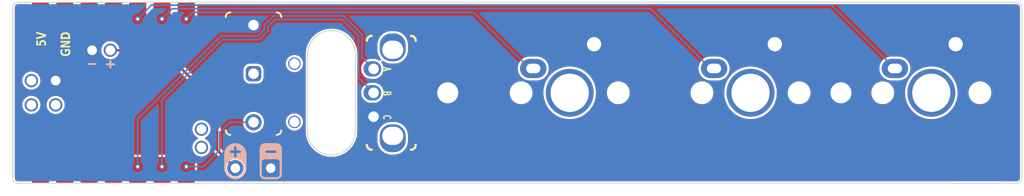
<source format=kicad_pcb>
(kicad_pcb (version 20241229) (generator "pcbnew") (generator_version "9.0")
  (layers (0 "F.Cu" signal) (2 "B.Cu" signal) (13 "F.Paste" user) (15 "B.Paste" user) (5 "F.SilkS" user "F.Silkscreen") (7 "B.SilkS" user "B.Silkscreen") (1 "F.Mask" user) (3 "B.Mask" user) (25 "Edge.Cuts" user))
  (net 0 "")
  (net 1 "BAT")
  (net 2 "GND")
  (net 3 "K1")
  (net 4 "K2")
  (net 5 "K3")
  (net 6 "ENC_B")
  (net 7 "ENC_A")
  (net 8 "ENC_SW")
  (net 20 "RESET")
  (footprint "e-prints:hole 1_mm" (layer "F.Cu") (at 117.725 68.746445)
    (property "Reference" "H4" (hide yes))
    (property "Value" "MountingHole_Pad" (hide yes))
    (pad "" np_thru_hole circle (at 0 0) (size 1.3 1.3) (drill 1.05) (layers "*.Cu" "*.Mask"))
  )
  (footprint "e-prints:hole 1_mm" (layer "F.Cu") (at 117.725 62.649813)
    (property "Reference" "H3" (hide yes))
    (property "Value" "MountingHole_Pad" (hide yes))
    (pad "" np_thru_hole circle (at 0 0) (size 1.3 1.3) (drill 1.05) (layers "*.Cu" "*.Mask"))
  )
  (footprint "e-prints:Mouse encoder 3 pin" (layer "F.Cu") (at 127.85 65.699813 -90)
    (property "Reference" "SW1")
    (property "Value" "RotaryEncoder")
    (fp_text user "B" (at -0.275 0.9 270) (layer "F.SilkS") (effects (font (size 0.75 0.5) (thickness 0.125)) (justify left bottom)))
    (fp_text user "C" (at 2.225 0.9 270) (layer "F.SilkS") (effects (font (size 0.75 0.5) (thickness 0.125)) (justify left bottom)))
    (fp_text user "A" (at -2.775 0.9 270) (layer "F.SilkS") (effects (font (size 0.75 0.5) (thickness 0.125)) (justify left bottom)))
    (pad "" np_thru_hole roundrect (at -4.5 -0.15 270) (size 2.9 2.7) (drill oval 1.9 2.2 (offset -0.25 0)) (layers "*.Cu" "*.Mask") (roundrect_rratio 0.4444444444))
    (pad "" np_thru_hole roundrect (at 4.5 -0.15 270) (size 2.9 2.7) (drill oval 1.9 2.2 (offset 0.25 0)) (layers "*.Cu" "*.Mask") (roundrect_rratio 0.4444444444))
    (pad "A" thru_hole oval (at -2.5 1.85 270) (size 1.6 1.85) (drill 1.1 (offset 0 0.125)) (layers "*.Cu" "*.Mask") (net 7 "ENC_A"))
    (pad "B" thru_hole oval (at 0 1.85 270) (size 1.6 1.85) (drill 1.1 (offset 0 0.125)) (layers "*.Cu" "*.Mask") (net 6 "ENC_B"))
    (pad "C" thru_hole oval (at 2.5 1.85 270) (size 1.6 1.85) (drill 1.1 (offset 0 0.125)) (layers "*.Cu" "*.Mask") (net 2 "GND"))
  )
  (footprint "e-prints:Battery_THT" (layer "F.Cu") (at 113.45 73.78 180)
    (property "Reference" "B1")
    (property "Value" "~" (hide yes))
    (pad "1" thru_hole oval (at 1.9 0.2 270) (size 1.7 1.7) (drill 1) (layers "*.Cu" "*.Mask") (net 1 "BAT"))
    (pad "2" thru_hole roundrect (at -1.8 0.2 180) (size 1.7 1.7) (drill 1) (layers "*.Cu" "*.Mask") (roundrect_rratio 0.15) (net 2 "GND"))
  )
  (footprint "e-prints:CherryMX_1u solder" (layer "F.Cu") (at 146.5 65.699813)
    (property "Reference" "k1" (hide yes))
    (property "Value" "~" (hide yes))
    (pad "" np_thru_hole circle (at -5.08 0 90) (size 1.9 1.9) (drill 1.9) (layers "*.Cu" "*.Mask"))
    (pad "" np_thru_hole circle (at 5.08 0 90) (size 1.9 1.9) (drill 1.9) (layers "*.Cu" "*.Mask"))
    (pad "0" thru_hole circle (at 0 0 90) (size 5 5) (drill 4) (layers "*.Cu" "*.Mask"))
    (pad "1" thru_hole oval (at -3.81 -2.54) (size 2.75 2) (drill oval 1.5 1) (layers "*.Cu" "*.Mask") (net 3 "K1"))
    (pad "2" thru_hole roundrect (at 2.54 -5.08 45) (size 2.75 2.75) (drill oval 1.5) (layers "*.Cu" "*.Mask") (roundrect_rratio 0.15) (net 2 "GND"))
  )
  (footprint "e-prints:Mouse Micro Switch" (layer "F.Cu") (at 113.45 63.699813 90)
    (property "Reference" "EnK1" (hide yes))
    (property "Value" "~")
    (pad "" np_thru_hole roundrect (at 0 0 90) (size 1.6 1.6) (drill 1.1) (layers "*.Cu" "*.Mask") (roundrect_rratio 0.28))
    (pad "1" thru_hole circle (at -5.08 0 270) (size 1.7 1.7) (drill 1.1) (layers "*.Cu" "*.Mask") (net 8 "ENC_SW"))
    (pad "2" thru_hole circle (at 5.08 0 270) (size 1.7 1.7) (drill 1.1) (layers "*.Cu" "*.Mask") (net 2 "GND"))
  )
  (footprint "e-prints:M2_" (layer "F.Cu") (at 133.75 65.699813)
    (property "Reference" "H1" (hide yes))
    (property "Value" "MountingHole_Pad" (hide yes))
    (pad "1" thru_hole circle (at 0 0) (size 3.5 3.5) (drill 2.2) (layers "*.Cu" "*.Mask") (net 2 "GND"))
  )
  (footprint "e-prints:CherryMX_1u solder" (layer "F.Cu") (at 165.4 65.699813)
    (property "Reference" "k2" (hide yes))
    (property "Value" "~" (hide yes))
    (pad "" np_thru_hole circle (at -5.08 0 90) (size 1.9 1.9) (drill 1.9) (layers "*.Cu" "*.Mask"))
    (pad "" np_thru_hole circle (at 5.08 0 90) (size 1.9 1.9) (drill 1.9) (layers "*.Cu" "*.Mask"))
    (pad "0" thru_hole circle (at 0 0 90) (size 5 5) (drill 4) (layers "*.Cu" "*.Mask"))
    (pad "1" thru_hole oval (at -3.81 -2.54) (size 2.75 2) (drill oval 1.5 1) (layers "*.Cu" "*.Mask") (net 4 "K2"))
    (pad "2" thru_hole roundrect (at 2.54 -5.08 45) (size 2.75 2.75) (drill oval 1.5) (layers "*.Cu" "*.Mask") (roundrect_rratio 0.15) (net 2 "GND"))
  )
  (footprint "e-prints:xiao-ble-smd" (layer "F.Cu") (at 98.8 65.695759 90)
    (property "Reference" "U1" (hide yes))
    (property "Value" "xiao-ble" (hide yes))
    (fp_text user "5V" (at 6.39 -6.88 90) (layer "F.SilkS") (effects (font (size 1 0.75) (thickness 0.1875) (bold yes)) (justify right bottom)))
    (fp_text user "GND" (at 6.39 -4.34 90) (layer "F.SilkS") (effects (font (size 1 0.75) (thickness 0.1875) (bold yes)) (justify right bottom)))
    (fp_text user "-" (at 3.52 -2.89 180) (layer "F.SilkS") (effects (font (size 1 0.85) (thickness 0.2) (bold yes)) (justify right bottom)))
    (fp_text user "+" (at 3.63 0.195 90) (layer "F.SilkS") (effects (font (size 1 0.85) (thickness 0.2) (bold yes)) (justify right bottom)))
    (fp_text user "-" (at 3.52 -2.89 180) (layer "B.SilkS") (effects (font (size 1 0.85) (thickness 0.2) (bold yes)) (justify right bottom)))
    (fp_text user "+" (at 3.63 0.2 90) (layer "B.SilkS") (effects (font (size 1 0.85) (thickness 0.2) (bold yes)) (justify right bottom)))
    (pad "1" smd roundrect (at -8.56996 -7.62 270) (size 2.75 1.8) (drill (offset -0.475 0)) (layers "F.Cu" "F.Mask" "F.Paste") (roundrect_rratio 0.1111111111))
    (pad "2" smd roundrect (at -8.56996 -5.08 270) (size 2.75 1.8) (drill (offset -0.475 0)) (layers "F.Cu" "F.Mask" "F.Paste") (roundrect_rratio 0.1111111111))
    (pad "3" smd roundrect (at -8.56996 -2.54 270) (size 2.75 1.8) (drill (offset -0.475 0)) (layers "F.Cu" "F.Mask" "F.Paste") (roundrect_rratio 0.1111111111))
    (pad "4" smd roundrect (at -8.56996 0 270) (size 2.75 1.8) (drill (offset -0.475 0)) (layers "F.Cu" "F.Mask" "F.Paste") (roundrect_rratio 0.1111111111))
    (pad "5" smd roundrect (at -8.56996 2.54 270) (size 2.75 1.8) (drill (offset -0.475 0)) (layers "F.Cu" "F.Mask" "F.Paste") (roundrect_rratio 0.1111111111) (net 7 "ENC_A"))
    (pad "6" smd roundrect (at -8.56996 5.08 270) (size 2.75 1.8) (drill (offset -0.475 0)) (layers "F.Cu" "F.Mask" "F.Paste") (roundrect_rratio 0.1111111111) (net 6 "ENC_B"))
    (pad "7" smd roundrect (at -8.56996 7.62 270) (size 2.75 1.8) (drill (offset -0.475 0)) (layers "F.Cu" "F.Mask" "F.Paste") (roundrect_rratio 0.1111111111) (net 8 "ENC_SW"))
    (pad "8" smd roundrect (at 8.56996 7.62 90) (size 2.75 1.8) (drill (offset -0.475 0)) (layers "F.Cu" "F.Mask" "F.Paste") (roundrect_rratio 0.1111111111) (net 3 "K1"))
    (pad "9" smd roundrect (at 8.56996 5.08 90) (size 2.75 1.8) (drill (offset -0.475 0)) (layers "F.Cu" "F.Mask" "F.Paste") (roundrect_rratio 0.1111111111) (net 4 "K2"))
    (pad "10" smd roundrect (at 8.56996 2.54 90) (size 2.75 1.8) (drill (offset -0.475 0)) (layers "F.Cu" "F.Mask" "F.Paste") (roundrect_rratio 0.1111111111) (net 5 "K3"))
    (pad "11" smd roundrect (at 8.56996 0 90) (size 2.75 1.8) (drill (offset -0.475 0)) (layers "F.Cu" "F.Mask" "F.Paste") (roundrect_rratio 0.1111111111))
    (pad "12" smd roundrect (at 8.56996 -2.54 90) (size 2.75 1.8) (drill (offset -0.475 0)) (layers "F.Cu" "F.Mask" "F.Paste") (roundrect_rratio 0.1111111111))
    (pad "13" smd roundrect (at 8.56996 -5.08 90) (size 2.75 1.8) (drill (offset -0.475 0)) (layers "F.Cu" "F.Mask" "F.Paste") (roundrect_rratio 0.1111111111) (net 2 "GND"))
    (pad "14" smd roundrect (at 8.56996 -7.62 90) (size 2.75 1.8) (drill (offset -0.475 0)) (layers "F.Cu" "F.Mask" "F.Paste") (roundrect_rratio 0.1111111111))
    (pad "15" thru_hole circle (at -1.27 -8.572 180) (size 1.397 1.397) (drill 1.016) (layers "*.Cu" "*.Mask"))
    (pad "16" thru_hole circle (at 1.27 -8.572 180) (size 1.397 1.397) (drill 1.016) (layers "*.Cu" "*.Mask"))
    (pad "17" thru_hole circle (at -1.27 -6.032 180) (size 1.397 1.397) (drill 1.016) (layers "*.Cu" "*.Mask") (net 20 "RESET"))
    (pad "18" thru_hole circle (at 1.27 -6.032 180) (size 1.397 1.397) (drill 1.016) (layers "*.Cu" "*.Mask") (net 2 "GND"))
    (pad "19" thru_hole circle (at 4.445 -0.317 270) (size 1.397 1.397) (drill 1.016) (layers "*.Cu" "*.Mask") (net 1 "BAT"))
    (pad "20" thru_hole roundrect (at 4.445 -2.222 270) (size 1.397 1.397) (drill 1.016) (layers "*.Cu" "*.Mask") (net 2 "GND"))
    (pad "21" thru_hole circle (at -3.81 9.208 270) (size 1.397 1.397) (drill 1.016) (layers "*.Cu" "*.Mask"))
    (pad "22" thru_hole circle (at -5.715 9.208 270) (size 1.397 1.397) (drill 1.016) (layers "*.Cu" "*.Mask"))
  )
  (footprint "e-prints:M2_" (layer "F.Cu") (at 174.85 65.699813)
    (property "Reference" "H2" (hide yes))
    (property "Value" "MountingHole_Pad" (hide yes))
    (pad "1" thru_hole circle (at 0 0) (size 3.5 3.5) (drill 2.2) (layers "*.Cu" "*.Mask") (net 2 "GND"))
  )
  (footprint "e-prints:CherryMX_1u solder" (layer "F.Cu") (at 184.3 65.699813)
    (property "Reference" "k3" (hide yes))
    (property "Value" "~" (hide yes))
    (pad "" np_thru_hole circle (at -5.08 0 90) (size 1.9 1.9) (drill 1.9) (layers "*.Cu" "*.Mask"))
    (pad "" np_thru_hole circle (at 5.08 0 90) (size 1.9 1.9) (drill 1.9) (layers "*.Cu" "*.Mask"))
    (pad "0" thru_hole circle (at 0 0 90) (size 5 5) (drill 4) (layers "*.Cu" "*.Mask"))
    (pad "1" thru_hole oval (at -3.81 -2.54) (size 2.75 2) (drill oval 1.5 1) (layers "*.Cu" "*.Mask") (net 5 "K3"))
    (pad "2" thru_hole roundrect (at 2.54 -5.08 45) (size 2.75 2.75) (drill oval 1.5) (layers "*.Cu" "*.Mask") (roundrect_rratio 0.15) (net 2 "GND"))
  )
  (gr_arc (start 191.14 72.74) (mid 191.36981 72.83519) (end 191.465 73.065) (stroke (width 0.2)) (layer "F.Cu"))
  (gr_arc (start 186.615 73.06) (mid 186.71019 72.83019) (end 186.94 72.735) (stroke (width 0.2)) (layer "F.Cu"))
  (gr_curve (pts (xy 193.725759 56.625239) (xy 193.743388 56.710896) (xy 193.75 56.810437) (xy 193.75 56.920759)) (stroke (width 0.1)) (layer "Edge.Cuts"))
  (gr_curve (pts (xy 193.536398 75.06221) (xy 193.491129 75.088368) (xy 193.436612 75.107915) (xy 193.37052 75.121518)) (stroke (width 0.1)) (layer "Edge.Cuts"))
  (gr_arc (start 124.1 69.695759) (mid 121.6 72.195759) (end 119.1 69.695759) (stroke (width 0.1)) (layer "Edge.Cuts"))
  (gr_curve (pts (xy 88.67948 56.27) (xy 88.765137 56.252371) (xy 88.864678 56.245759) (xy 88.975 56.245759)) (stroke (width 0.1)) (layer "Edge.Cuts"))
  (gr_curve (pts (xy 88.411094 56.418193) (xy 88.439418 56.381554) (xy 88.47354 56.352457) (xy 88.513602 56.329308)) (stroke (width 0.1)) (layer "Edge.Cuts"))
  (gr_line (start 119.1 69.695759) (end 119.1 61.695759) (stroke (width 0.1)) (layer "Edge.Cuts"))
  (gr_curve (pts (xy 193.423444 56.282863) (xy 193.485555 56.300517) (xy 193.536197 56.324872) (xy 193.577566 56.356853)) (stroke (width 0.1)) (layer "Edge.Cuts"))
  (gr_curve (pts (xy 88.337104 56.572315) (xy 88.354758 56.510204) (xy 88.379113 56.459562) (xy 88.411094 56.418193)) (stroke (width 0.1)) (layer "Edge.Cuts"))
  (gr_curve (pts (xy 88.324241 74.766279) (xy 88.306612 74.680622) (xy 88.3 74.581081) (xy 88.3 74.470759)) (stroke (width 0.1)) (layer "Edge.Cuts"))
  (gr_curve (pts (xy 193.577566 56.356853) (xy 193.614205 56.385177) (xy 193.643302 56.419299) (xy 193.666451 56.459361)) (stroke (width 0.1)) (layer "Edge.Cuts"))
  (gr_line (start 88.975 75.145759) (end 193.075 75.145759) (stroke (width 0.1)) (layer "Edge.Cuts"))
  (gr_curve (pts (xy 88.383549 74.932157) (xy 88.357391 74.886888) (xy 88.337844 74.832371) (xy 88.324241 74.766279)) (stroke (width 0.1)) (layer "Edge.Cuts"))
  (gr_line (start 88.3 56.920759) (end 88.3 74.470759) (stroke (width 0.1)) (layer "Edge.Cuts"))
  (gr_arc (start 119.1 61.695759) (mid 121.6 59.195759) (end 124.1 61.695759) (stroke (width 0.1)) (layer "Edge.Cuts"))
  (gr_curve (pts (xy 88.3 56.920759) (xy 88.3 56.791817) (xy 88.308982 56.671257) (xy 88.337104 56.572315)) (stroke (width 0.1)) (layer "Edge.Cuts"))
  (gr_curve (pts (xy 193.075 56.245759) (xy 193.203942 56.245759) (xy 193.324502 56.254741) (xy 193.423444 56.282863)) (stroke (width 0.1)) (layer "Edge.Cuts"))
  (gr_curve (pts (xy 193.638906 74.973325) (xy 193.610582 75.009964) (xy 193.57646 75.039061) (xy 193.536398 75.06221)) (stroke (width 0.1)) (layer "Edge.Cuts"))
  (gr_curve (pts (xy 193.712896 74.819203) (xy 193.695242 74.881314) (xy 193.670887 74.931956) (xy 193.638906 74.973325)) (stroke (width 0.1)) (layer "Edge.Cuts"))
  (gr_curve (pts (xy 193.37052 75.121518) (xy 193.284863 75.139147) (xy 193.185322 75.145759) (xy 193.075 75.145759)) (stroke (width 0.1)) (layer "Edge.Cuts"))
  (gr_line (start 193.075 56.245759) (end 88.975 56.245759) (stroke (width 0.1)) (layer "Edge.Cuts"))
  (gr_curve (pts (xy 88.472434 75.034665) (xy 88.435795 75.006341) (xy 88.406698 74.972219) (xy 88.383549 74.932157)) (stroke (width 0.1)) (layer "Edge.Cuts"))
  (gr_curve (pts (xy 193.75 74.470759) (xy 193.75 74.599701) (xy 193.741018 74.720261) (xy 193.712896 74.819203)) (stroke (width 0.1)) (layer "Edge.Cuts"))
  (gr_curve (pts (xy 193.666451 56.459361) (xy 193.692609 56.50463) (xy 193.712156 56.559147) (xy 193.725759 56.625239)) (stroke (width 0.1)) (layer "Edge.Cuts"))
  (gr_curve (pts (xy 88.513602 56.329308) (xy 88.558871 56.30315) (xy 88.613388 56.283603) (xy 88.67948 56.27)) (stroke (width 0.1)) (layer "Edge.Cuts"))
  (gr_line (start 193.75 74.470759) (end 193.75 56.920759) (stroke (width 0.1)) (layer "Edge.Cuts"))
  (gr_curve (pts (xy 88.975 75.145759) (xy 88.846058 75.145759) (xy 88.725498 75.136777) (xy 88.626556 75.108655)) (stroke (width 0.1)) (layer "Edge.Cuts"))
  (gr_curve (pts (xy 88.626556 75.108655) (xy 88.564445 75.091001) (xy 88.513803 75.066646) (xy 88.472434 75.034665)) (stroke (width 0.1)) (layer "Edge.Cuts"))
  (gr_line (start 124.1 61.695759) (end 124.1 69.695759) (stroke (width 0.1)) (layer "Edge.Cuts"))
  (gr_text "tutu" (at 186.96 74.88 0) (layer "F.Cu") (effects (font (size 1.5 1.5) (thickness 0.3) (bold yes)) (justify left bottom)))
  (segment (start 109.64 71.67) (end 109.64 66.9) (width 0.25) (layer "F.Cu") (net 1))
  (segment (start 111.55 73.58) (end 109.64 71.67) (width 0.25) (layer "F.Cu") (net 1))
  (segment (start 109.64 66.9) (end 103.990759 61.250759) (width 0.25) (layer "F.Cu") (net 1))
  (segment (start 103.990759 61.250759) (end 98.483 61.250759) (width 0.25) (layer "F.Cu") (net 1))
  (via (at 106.42 57.972466) (size 0.6) (drill 0.3) (layers "F.Cu" "B.Cu") (net 3))
  (segment (start 122.225 57.284259) (end 122.225 57.286259) (width 0.175) (layer "B.Cu") (net 3))
  (segment (start 122.225 57.286259) (end 107.106207 57.286259) (width 0.175) (layer "B.Cu") (net 3))
  (segment (start 136.439446 57.284259) (end 122.225 57.284259) (width 0.175) (layer "B.Cu") (net 3))
  (segment (start 107.106207 57.286259) (end 106.42 57.972466) (width 0.175) (layer "B.Cu") (net 3))
  (segment (start 142.315 63.159813) (end 136.439446 57.284259) (width 0.175) (layer "B.Cu") (net 3))
  (segment (start 142.69 63.159813) (end 142.315 63.159813) (width 0.175) (layer "B.Cu") (net 3))
  (via (at 103.88 57.972466) (size 0.6) (drill 0.3) (layers "F.Cu" "B.Cu") (net 4))
  (segment (start 122.029081 56.910259) (end 104.942207 56.910259) (width 0.175) (layer "B.Cu") (net 4))
  (segment (start 122.030081 56.909259) (end 122.029081 56.910259) (width 0.175) (layer "B.Cu") (net 4))
  (segment (start 154.964446 56.909259) (end 122.030081 56.909259) (width 0.175) (layer "B.Cu") (net 4))
  (segment (start 104.942207 56.910259) (end 103.88 57.972466) (width 0.175) (layer "B.Cu") (net 4))
  (segment (start 161.215 63.159813) (end 154.964446 56.909259) (width 0.175) (layer "B.Cu") (net 4))
  (segment (start 161.59 63.159813) (end 161.215 63.159813) (width 0.175) (layer "B.Cu") (net 4))
  (via (at 101.34 57.972466) (size 0.6) (drill 0.3) (layers "F.Cu" "B.Cu") (net 5))
  (segment (start 102.778207 56.534259) (end 101.34 57.972466) (width 0.175) (layer "B.Cu") (net 5))
  (segment (start 173.864446 56.534259) (end 102.778207 56.534259) (width 0.175) (layer "B.Cu") (net 5))
  (segment (start 180.49 63.159813) (end 173.864446 56.534259) (width 0.175) (layer "B.Cu") (net 5))
  (via (at 103.88 73.419052) (size 0.6) (drill 0.3) (layers "F.Cu" "B.Cu") (net 6))
  (segment (start 124.4 62.8) (end 124.390212 62.809788) (width 0.175) (layer "B.Cu") (net 6))
  (segment (start 110.197431 60.134313) (end 114.077327 60.134313) (width 0.175) (layer "B.Cu") (net 6))
  (segment (start 124.390212 62.809788) (end 124.390212 64.090025) (width 0.175) (layer "B.Cu") (net 6))
  (segment (start 115.694485 58.037259) (end 122.705515 58.037259) (width 0.175) (layer "B.Cu") (net 6))
  (segment (start 124.4 59.731744) (end 124.4 62.8) (width 0.175) (layer "B.Cu") (net 6))
  (segment (start 103.88 66.451744) (end 110.197431 60.134313) (width 0.175) (layer "B.Cu") (net 6))
  (segment (start 122.705515 58.037259) (end 124.4 59.731744) (width 0.175) (layer "B.Cu") (net 6))
  (segment (start 114.9645 59.24714) (end 114.9645 58.767244) (width 0.175) (layer "B.Cu") (net 6))
  (segment (start 114.077327 60.134313) (end 114.9645 59.24714) (width 0.175) (layer "B.Cu") (net 6))
  (segment (start 114.9645 58.767244) (end 115.694485 58.037259) (width 0.175) (layer "B.Cu") (net 6))
  (segment (start 103.88 73.419052) (end 103.88 66.451744) (width 0.175) (layer "B.Cu") (net 6))
  (segment (start 124.390212 64.090025) (end 126 65.699813) (width 0.175) (layer "B.Cu") (net 6))
  (via (at 101.34 73.419052) (size 0.6) (drill 0.3) (layers "F.Cu" "B.Cu") (net 7))
  (segment (start 114.5885 59.091396) (end 113.921583 59.758313) (width 0.175) (layer "B.Cu") (net 7))
  (segment (start 124.776 59.576) (end 122.861259 57.661259) (width 0.175) (layer "B.Cu") (net 7))
  (segment (start 126 63.199813) (end 124.776 61.975813) (width 0.175) (layer "B.Cu") (net 7))
  (segment (start 115.538741 57.661259) (end 114.5885 58.6115) (width 0.175) (layer "B.Cu") (net 7))
  (segment (start 110.041687 59.758313) (end 101.34 68.46) (width 0.175) (layer "B.Cu") (net 7))
  (segment (start 122.861259 57.661259) (end 115.538741 57.661259) (width 0.175) (layer "B.Cu") (net 7))
  (segment (start 124.776 61.975813) (end 124.776 59.576) (width 0.175) (layer "B.Cu") (net 7))
  (segment (start 114.5885 58.6115) (end 114.5885 59.091396) (width 0.175) (layer "B.Cu") (net 7))
  (segment (start 113.921583 59.758313) (end 110.041687 59.758313) (width 0.175) (layer "B.Cu") (net 7))
  (segment (start 101.34 68.46) (end 101.34 73.419052) (width 0.175) (layer "B.Cu") (net 7))
  (via (at 106.42 73.419052) (size 0.6) (drill 0.3) (layers "F.Cu" "B.Cu") (net 8))
  (segment (start 108.210948 73.419052) (end 106.42 73.419052) (width 0.175) (layer "B.Cu") (net 8))
  (segment (start 109.91 71.72) (end 108.210948 73.419052) (width 0.175) (layer "B.Cu") (net 8))
  (segment (start 109.91 69.84) (end 109.91 71.72) (width 0.175) (layer "B.Cu") (net 8))
  (segment (start 113.45 68.779813) (end 110.970187 68.779813) (width 0.175) (layer "B.Cu") (net 8))
  (segment (start 110.970187 68.779813) (end 109.91 69.84) (width 0.175) (layer "B.Cu") (net 8))
  (zone (net 2) (net_name "GND") (layers "F.Cu" "B.Cu") (connect_pads yes (clearance 0.25)) (min_thickness 0.25) (fill yes (thermal_gap 0.5) (thermal_bridge_width 0.5) (smoothing fillet) (radius 0.25))
    (polygon (pts (xy 88 56) (xy 88 75.4) (xy 194 75.4) (xy 194 56)))
  )
)
</source>
